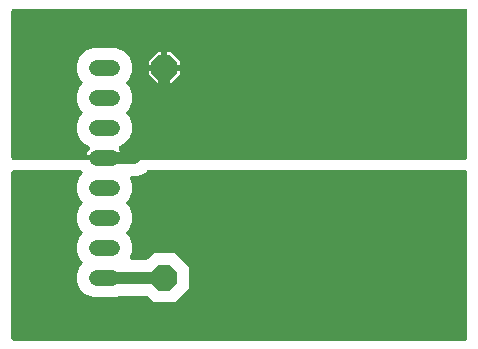
<source format=gbr>
G04 EAGLE Gerber X2 export*
G04 #@! %TF.Part,Single*
G04 #@! %TF.FileFunction,Copper,L2,Bot,Mixed*
G04 #@! %TF.FilePolarity,Positive*
G04 #@! %TF.GenerationSoftware,Autodesk,EAGLE,9.0.0*
G04 #@! %TF.CreationDate,2019-08-08T19:06:36Z*
G75*
%MOMM*%
%FSLAX34Y34*%
%LPD*%
%AMOC8*
5,1,8,0,0,1.08239X$1,22.5*%
G01*
%ADD10C,1.320800*%
%ADD11P,2.336880X8X22.500000*%
%ADD12C,1.016000*%

G36*
X88900Y163069D02*
X88900Y163069D01*
X394008Y163069D01*
X394026Y163071D01*
X394044Y163069D01*
X394226Y163090D01*
X394409Y163109D01*
X394426Y163114D01*
X394443Y163116D01*
X394618Y163173D01*
X394794Y163227D01*
X394809Y163235D01*
X394826Y163241D01*
X394986Y163331D01*
X395148Y163419D01*
X395161Y163430D01*
X395177Y163439D01*
X395316Y163559D01*
X395457Y163676D01*
X395468Y163690D01*
X395482Y163702D01*
X395594Y163847D01*
X395709Y163990D01*
X395717Y164006D01*
X395728Y164020D01*
X395810Y164185D01*
X395895Y164347D01*
X395900Y164364D01*
X395908Y164381D01*
X395955Y164559D01*
X396006Y164734D01*
X396008Y164752D01*
X396012Y164769D01*
X396039Y165100D01*
X396039Y289308D01*
X396037Y289326D01*
X396039Y289344D01*
X396018Y289526D01*
X395999Y289709D01*
X395994Y289726D01*
X395992Y289743D01*
X395935Y289918D01*
X395881Y290094D01*
X395873Y290109D01*
X395867Y290126D01*
X395777Y290286D01*
X395689Y290448D01*
X395678Y290461D01*
X395669Y290477D01*
X395549Y290616D01*
X395432Y290757D01*
X395418Y290768D01*
X395406Y290782D01*
X395261Y290894D01*
X395118Y291009D01*
X395102Y291017D01*
X395088Y291028D01*
X394923Y291110D01*
X394761Y291195D01*
X394744Y291200D01*
X394728Y291208D01*
X394549Y291255D01*
X394374Y291306D01*
X394356Y291308D01*
X394339Y291312D01*
X394008Y291339D01*
X12192Y291339D01*
X12174Y291337D01*
X12156Y291339D01*
X11974Y291318D01*
X11791Y291299D01*
X11774Y291294D01*
X11757Y291292D01*
X11582Y291235D01*
X11406Y291181D01*
X11391Y291173D01*
X11374Y291167D01*
X11214Y291077D01*
X11052Y290989D01*
X11039Y290978D01*
X11023Y290969D01*
X10884Y290849D01*
X10743Y290732D01*
X10732Y290718D01*
X10718Y290706D01*
X10606Y290561D01*
X10491Y290418D01*
X10483Y290402D01*
X10472Y290388D01*
X10390Y290223D01*
X10305Y290061D01*
X10300Y290044D01*
X10292Y290028D01*
X10245Y289849D01*
X10194Y289674D01*
X10192Y289656D01*
X10188Y289639D01*
X10161Y289308D01*
X10161Y165100D01*
X10163Y165082D01*
X10161Y165064D01*
X10182Y164882D01*
X10201Y164699D01*
X10206Y164682D01*
X10208Y164665D01*
X10265Y164490D01*
X10319Y164314D01*
X10327Y164299D01*
X10333Y164282D01*
X10423Y164122D01*
X10511Y163960D01*
X10522Y163947D01*
X10531Y163931D01*
X10651Y163792D01*
X10768Y163651D01*
X10782Y163640D01*
X10794Y163627D01*
X10939Y163514D01*
X11082Y163399D01*
X11098Y163391D01*
X11112Y163380D01*
X11277Y163298D01*
X11439Y163213D01*
X11456Y163208D01*
X11472Y163200D01*
X11651Y163153D01*
X11826Y163102D01*
X11844Y163100D01*
X11861Y163096D01*
X12192Y163069D01*
X88900Y163069D01*
X88900Y163069D01*
G37*
G36*
X394026Y10163D02*
X394026Y10163D01*
X394044Y10161D01*
X394226Y10182D01*
X394409Y10201D01*
X394426Y10206D01*
X394443Y10208D01*
X394618Y10265D01*
X394794Y10319D01*
X394809Y10327D01*
X394826Y10333D01*
X394986Y10423D01*
X395148Y10511D01*
X395161Y10522D01*
X395177Y10531D01*
X395316Y10651D01*
X395457Y10768D01*
X395468Y10782D01*
X395482Y10794D01*
X395594Y10939D01*
X395709Y11082D01*
X395717Y11098D01*
X395728Y11112D01*
X395810Y11277D01*
X395895Y11439D01*
X395900Y11456D01*
X395908Y11472D01*
X395955Y11651D01*
X396006Y11826D01*
X396008Y11844D01*
X396012Y11861D01*
X396039Y12192D01*
X396039Y152400D01*
X396037Y152418D01*
X396039Y152436D01*
X396018Y152618D01*
X395999Y152801D01*
X395994Y152818D01*
X395992Y152835D01*
X395935Y153010D01*
X395881Y153186D01*
X395873Y153201D01*
X395867Y153218D01*
X395777Y153378D01*
X395689Y153540D01*
X395678Y153553D01*
X395669Y153569D01*
X395549Y153708D01*
X395432Y153849D01*
X395418Y153860D01*
X395406Y153874D01*
X395261Y153986D01*
X395118Y154101D01*
X395102Y154109D01*
X395088Y154120D01*
X394923Y154202D01*
X394761Y154287D01*
X394744Y154292D01*
X394728Y154300D01*
X394549Y154347D01*
X394374Y154398D01*
X394356Y154400D01*
X394339Y154404D01*
X394008Y154431D01*
X126026Y154431D01*
X126000Y154429D01*
X125973Y154431D01*
X125799Y154409D01*
X125626Y154391D01*
X125600Y154384D01*
X125573Y154380D01*
X125408Y154324D01*
X125241Y154273D01*
X125217Y154260D01*
X125192Y154252D01*
X125041Y154165D01*
X124887Y154081D01*
X124866Y154064D01*
X124843Y154051D01*
X124590Y153836D01*
X122933Y152180D01*
X117332Y149859D01*
X112482Y149859D01*
X112468Y149858D01*
X112455Y149859D01*
X112269Y149838D01*
X112081Y149819D01*
X112068Y149815D01*
X112055Y149814D01*
X111877Y149757D01*
X111696Y149701D01*
X111684Y149695D01*
X111672Y149691D01*
X111508Y149599D01*
X111342Y149509D01*
X111332Y149501D01*
X111320Y149494D01*
X111177Y149372D01*
X111033Y149252D01*
X111025Y149241D01*
X111014Y149233D01*
X110898Y149084D01*
X110781Y148938D01*
X110775Y148926D01*
X110766Y148916D01*
X110681Y148746D01*
X110595Y148581D01*
X110592Y148568D01*
X110585Y148556D01*
X110536Y148373D01*
X110484Y148194D01*
X110483Y148180D01*
X110479Y148167D01*
X110466Y147979D01*
X110451Y147792D01*
X110452Y147779D01*
X110452Y147766D01*
X110476Y147578D01*
X110498Y147393D01*
X110502Y147380D01*
X110504Y147367D01*
X110605Y147051D01*
X112269Y143035D01*
X112269Y136365D01*
X109716Y130204D01*
X107949Y128436D01*
X107938Y128423D01*
X107924Y128411D01*
X107810Y128267D01*
X107694Y128125D01*
X107686Y128109D01*
X107675Y128095D01*
X107591Y127931D01*
X107506Y127769D01*
X107500Y127752D01*
X107492Y127736D01*
X107443Y127559D01*
X107391Y127383D01*
X107389Y127365D01*
X107384Y127348D01*
X107371Y127165D01*
X107354Y126982D01*
X107356Y126964D01*
X107355Y126947D01*
X107378Y126765D01*
X107398Y126582D01*
X107403Y126565D01*
X107405Y126547D01*
X107464Y126374D01*
X107519Y126198D01*
X107528Y126182D01*
X107534Y126166D01*
X107625Y126007D01*
X107714Y125846D01*
X107726Y125832D01*
X107735Y125817D01*
X107949Y125564D01*
X109716Y123796D01*
X112269Y117635D01*
X112269Y110965D01*
X109716Y104804D01*
X107949Y103036D01*
X107938Y103023D01*
X107924Y103011D01*
X107810Y102867D01*
X107694Y102725D01*
X107686Y102709D01*
X107675Y102695D01*
X107591Y102531D01*
X107506Y102369D01*
X107500Y102352D01*
X107492Y102336D01*
X107443Y102159D01*
X107391Y101983D01*
X107389Y101965D01*
X107384Y101948D01*
X107371Y101765D01*
X107354Y101582D01*
X107356Y101564D01*
X107355Y101547D01*
X107378Y101365D01*
X107398Y101182D01*
X107403Y101165D01*
X107405Y101147D01*
X107464Y100974D01*
X107519Y100798D01*
X107528Y100782D01*
X107534Y100766D01*
X107625Y100607D01*
X107714Y100446D01*
X107726Y100432D01*
X107735Y100417D01*
X107949Y100164D01*
X109716Y98396D01*
X112269Y92235D01*
X112269Y85565D01*
X110605Y81549D01*
X110601Y81536D01*
X110595Y81525D01*
X110543Y81345D01*
X110489Y81164D01*
X110487Y81151D01*
X110484Y81138D01*
X110468Y80950D01*
X110451Y80763D01*
X110452Y80750D01*
X110451Y80736D01*
X110473Y80550D01*
X110492Y80363D01*
X110496Y80350D01*
X110498Y80337D01*
X110556Y80157D01*
X110612Y79978D01*
X110618Y79967D01*
X110623Y79954D01*
X110715Y79790D01*
X110805Y79625D01*
X110814Y79615D01*
X110821Y79603D01*
X110943Y79461D01*
X111065Y79317D01*
X111075Y79309D01*
X111084Y79298D01*
X111232Y79183D01*
X111379Y79066D01*
X111391Y79060D01*
X111402Y79052D01*
X111570Y78968D01*
X111737Y78882D01*
X111750Y78878D01*
X111762Y78872D01*
X111945Y78823D01*
X112125Y78772D01*
X112138Y78771D01*
X112151Y78768D01*
X112482Y78741D01*
X124463Y78741D01*
X124490Y78743D01*
X124517Y78741D01*
X124691Y78763D01*
X124864Y78781D01*
X124890Y78788D01*
X124916Y78792D01*
X125082Y78847D01*
X125249Y78899D01*
X125273Y78912D01*
X125298Y78920D01*
X125450Y79007D01*
X125603Y79091D01*
X125624Y79108D01*
X125647Y79121D01*
X125900Y79336D01*
X131020Y84456D01*
X148380Y84456D01*
X160656Y72180D01*
X160656Y54820D01*
X148380Y42544D01*
X131020Y42544D01*
X125900Y47664D01*
X125879Y47681D01*
X125862Y47702D01*
X125724Y47809D01*
X125588Y47919D01*
X125565Y47932D01*
X125544Y47948D01*
X125387Y48026D01*
X125233Y48108D01*
X125207Y48116D01*
X125183Y48128D01*
X125014Y48173D01*
X124847Y48223D01*
X124820Y48225D01*
X124794Y48232D01*
X124463Y48259D01*
X102922Y48259D01*
X102891Y48256D01*
X102860Y48258D01*
X102690Y48236D01*
X102521Y48219D01*
X102492Y48210D01*
X102461Y48206D01*
X102145Y48105D01*
X98839Y46735D01*
X78961Y46735D01*
X72800Y49288D01*
X68084Y54004D01*
X65531Y60165D01*
X65531Y66835D01*
X68084Y72996D01*
X69851Y74764D01*
X69862Y74778D01*
X69876Y74789D01*
X69990Y74933D01*
X70106Y75075D01*
X70114Y75091D01*
X70125Y75105D01*
X70209Y75269D01*
X70294Y75431D01*
X70300Y75448D01*
X70308Y75464D01*
X70357Y75641D01*
X70409Y75817D01*
X70411Y75835D01*
X70416Y75852D01*
X70429Y76035D01*
X70446Y76218D01*
X70444Y76236D01*
X70445Y76253D01*
X70422Y76435D01*
X70402Y76618D01*
X70397Y76635D01*
X70395Y76653D01*
X70336Y76826D01*
X70281Y77002D01*
X70272Y77018D01*
X70266Y77034D01*
X70175Y77193D01*
X70086Y77354D01*
X70074Y77368D01*
X70065Y77383D01*
X69851Y77636D01*
X68084Y79404D01*
X65531Y85565D01*
X65531Y92235D01*
X68084Y98396D01*
X69851Y100164D01*
X69862Y100178D01*
X69876Y100189D01*
X69990Y100333D01*
X70106Y100475D01*
X70114Y100491D01*
X70125Y100505D01*
X70209Y100669D01*
X70294Y100831D01*
X70300Y100848D01*
X70308Y100864D01*
X70357Y101041D01*
X70409Y101217D01*
X70411Y101235D01*
X70416Y101252D01*
X70429Y101435D01*
X70446Y101618D01*
X70444Y101636D01*
X70445Y101653D01*
X70422Y101835D01*
X70402Y102018D01*
X70397Y102035D01*
X70395Y102053D01*
X70336Y102227D01*
X70281Y102402D01*
X70272Y102418D01*
X70266Y102434D01*
X70175Y102593D01*
X70086Y102754D01*
X70074Y102768D01*
X70065Y102783D01*
X69851Y103036D01*
X68084Y104804D01*
X65531Y110965D01*
X65531Y117635D01*
X68084Y123796D01*
X69851Y125564D01*
X69862Y125578D01*
X69876Y125589D01*
X69990Y125733D01*
X70106Y125875D01*
X70114Y125891D01*
X70125Y125905D01*
X70209Y126069D01*
X70294Y126231D01*
X70300Y126248D01*
X70308Y126264D01*
X70357Y126441D01*
X70409Y126617D01*
X70411Y126635D01*
X70416Y126652D01*
X70429Y126835D01*
X70446Y127018D01*
X70444Y127036D01*
X70445Y127053D01*
X70422Y127235D01*
X70402Y127418D01*
X70397Y127435D01*
X70395Y127453D01*
X70336Y127627D01*
X70281Y127802D01*
X70272Y127818D01*
X70266Y127834D01*
X70175Y127993D01*
X70086Y128154D01*
X70074Y128168D01*
X70065Y128183D01*
X69851Y128436D01*
X68084Y130204D01*
X65531Y136365D01*
X65531Y143035D01*
X68084Y149196D01*
X69851Y150964D01*
X69856Y150971D01*
X69863Y150976D01*
X69984Y151126D01*
X70106Y151275D01*
X70110Y151283D01*
X70116Y151290D01*
X70205Y151461D01*
X70294Y151631D01*
X70297Y151639D01*
X70301Y151647D01*
X70354Y151833D01*
X70409Y152017D01*
X70410Y152026D01*
X70413Y152034D01*
X70428Y152226D01*
X70446Y152418D01*
X70445Y152427D01*
X70445Y152436D01*
X70423Y152625D01*
X70402Y152818D01*
X70400Y152827D01*
X70399Y152835D01*
X70339Y153017D01*
X70281Y153202D01*
X70276Y153210D01*
X70274Y153218D01*
X70179Y153387D01*
X70086Y153554D01*
X70080Y153561D01*
X70076Y153569D01*
X69950Y153715D01*
X69825Y153861D01*
X69818Y153867D01*
X69813Y153874D01*
X69661Y153991D01*
X69510Y154111D01*
X69502Y154115D01*
X69495Y154120D01*
X69322Y154206D01*
X69151Y154293D01*
X69142Y154296D01*
X69134Y154300D01*
X68948Y154350D01*
X68763Y154401D01*
X68754Y154402D01*
X68745Y154404D01*
X68414Y154431D01*
X12192Y154431D01*
X12174Y154429D01*
X12156Y154431D01*
X11974Y154410D01*
X11791Y154391D01*
X11774Y154386D01*
X11757Y154384D01*
X11582Y154327D01*
X11406Y154273D01*
X11391Y154265D01*
X11374Y154259D01*
X11214Y154169D01*
X11052Y154081D01*
X11039Y154070D01*
X11023Y154061D01*
X10884Y153941D01*
X10743Y153824D01*
X10732Y153810D01*
X10718Y153798D01*
X10606Y153653D01*
X10491Y153510D01*
X10483Y153494D01*
X10472Y153480D01*
X10390Y153315D01*
X10305Y153153D01*
X10300Y153136D01*
X10292Y153120D01*
X10245Y152941D01*
X10194Y152766D01*
X10192Y152748D01*
X10188Y152731D01*
X10161Y152400D01*
X10161Y12192D01*
X10163Y12174D01*
X10161Y12156D01*
X10182Y11974D01*
X10201Y11791D01*
X10206Y11774D01*
X10208Y11757D01*
X10265Y11582D01*
X10319Y11406D01*
X10327Y11391D01*
X10333Y11374D01*
X10423Y11214D01*
X10511Y11052D01*
X10522Y11039D01*
X10531Y11023D01*
X10651Y10884D01*
X10768Y10743D01*
X10782Y10732D01*
X10794Y10718D01*
X10939Y10606D01*
X11082Y10491D01*
X11098Y10483D01*
X11112Y10472D01*
X11277Y10390D01*
X11439Y10305D01*
X11456Y10300D01*
X11472Y10292D01*
X11651Y10245D01*
X11826Y10194D01*
X11844Y10192D01*
X11861Y10188D01*
X12192Y10161D01*
X394008Y10161D01*
X394026Y10163D01*
G37*
%LPC*%
G36*
X88900Y167131D02*
X88900Y167131D01*
X73359Y167131D01*
X73376Y167241D01*
X73821Y168610D01*
X74475Y169893D01*
X75321Y171057D01*
X76131Y171868D01*
X76140Y171878D01*
X76150Y171887D01*
X76266Y172032D01*
X76386Y172179D01*
X76392Y172191D01*
X76401Y172201D01*
X76486Y172368D01*
X76575Y172535D01*
X76579Y172548D01*
X76585Y172560D01*
X76636Y172739D01*
X76690Y172921D01*
X76691Y172934D01*
X76694Y172947D01*
X76709Y173133D01*
X76726Y173322D01*
X76724Y173335D01*
X76725Y173348D01*
X76703Y173533D01*
X76683Y173722D01*
X76678Y173735D01*
X76677Y173748D01*
X76618Y173926D01*
X76561Y174106D01*
X76554Y174118D01*
X76550Y174130D01*
X76457Y174294D01*
X76366Y174458D01*
X76358Y174468D01*
X76351Y174480D01*
X76226Y174623D01*
X76106Y174765D01*
X76095Y174773D01*
X76086Y174784D01*
X75937Y174899D01*
X75790Y175015D01*
X75778Y175021D01*
X75767Y175029D01*
X75472Y175181D01*
X72800Y176288D01*
X68084Y181004D01*
X65531Y187165D01*
X65531Y193835D01*
X68084Y199996D01*
X69851Y201764D01*
X69862Y201778D01*
X69876Y201789D01*
X69990Y201933D01*
X70106Y202075D01*
X70114Y202091D01*
X70125Y202105D01*
X70209Y202269D01*
X70294Y202431D01*
X70300Y202448D01*
X70308Y202464D01*
X70357Y202641D01*
X70409Y202817D01*
X70411Y202835D01*
X70416Y202852D01*
X70429Y203035D01*
X70446Y203218D01*
X70444Y203236D01*
X70445Y203253D01*
X70422Y203435D01*
X70402Y203618D01*
X70397Y203635D01*
X70395Y203653D01*
X70336Y203827D01*
X70281Y204002D01*
X70272Y204018D01*
X70266Y204034D01*
X70175Y204193D01*
X70086Y204354D01*
X70074Y204368D01*
X70065Y204383D01*
X69851Y204636D01*
X68084Y206404D01*
X65531Y212565D01*
X65531Y219235D01*
X68084Y225396D01*
X69851Y227164D01*
X69862Y227178D01*
X69876Y227189D01*
X69990Y227333D01*
X70106Y227475D01*
X70114Y227491D01*
X70125Y227505D01*
X70209Y227669D01*
X70294Y227831D01*
X70300Y227848D01*
X70308Y227864D01*
X70357Y228041D01*
X70409Y228217D01*
X70411Y228235D01*
X70416Y228252D01*
X70429Y228435D01*
X70446Y228618D01*
X70444Y228636D01*
X70445Y228653D01*
X70422Y228835D01*
X70402Y229018D01*
X70397Y229035D01*
X70395Y229053D01*
X70336Y229227D01*
X70281Y229402D01*
X70272Y229418D01*
X70266Y229434D01*
X70175Y229593D01*
X70086Y229754D01*
X70074Y229768D01*
X70065Y229783D01*
X69851Y230036D01*
X68084Y231804D01*
X65531Y237965D01*
X65531Y244635D01*
X68084Y250796D01*
X72800Y255512D01*
X78961Y258065D01*
X98839Y258065D01*
X105000Y255512D01*
X109716Y250796D01*
X112269Y244635D01*
X112269Y237965D01*
X109716Y231804D01*
X107949Y230036D01*
X107938Y230023D01*
X107924Y230011D01*
X107810Y229867D01*
X107694Y229725D01*
X107686Y229709D01*
X107675Y229695D01*
X107591Y229531D01*
X107506Y229369D01*
X107500Y229352D01*
X107492Y229336D01*
X107443Y229159D01*
X107391Y228983D01*
X107389Y228965D01*
X107384Y228948D01*
X107371Y228765D01*
X107354Y228582D01*
X107356Y228564D01*
X107355Y228547D01*
X107378Y228365D01*
X107398Y228182D01*
X107403Y228165D01*
X107405Y228147D01*
X107464Y227974D01*
X107519Y227798D01*
X107528Y227782D01*
X107534Y227766D01*
X107625Y227607D01*
X107714Y227446D01*
X107726Y227432D01*
X107735Y227417D01*
X107949Y227164D01*
X109716Y225396D01*
X112269Y219235D01*
X112269Y212565D01*
X109716Y206404D01*
X107949Y204636D01*
X107938Y204623D01*
X107924Y204611D01*
X107810Y204467D01*
X107694Y204325D01*
X107686Y204309D01*
X107675Y204295D01*
X107591Y204131D01*
X107506Y203969D01*
X107500Y203952D01*
X107492Y203936D01*
X107443Y203759D01*
X107391Y203583D01*
X107389Y203565D01*
X107384Y203548D01*
X107371Y203365D01*
X107354Y203182D01*
X107356Y203164D01*
X107355Y203147D01*
X107378Y202965D01*
X107398Y202782D01*
X107403Y202765D01*
X107405Y202747D01*
X107464Y202574D01*
X107519Y202398D01*
X107528Y202382D01*
X107534Y202366D01*
X107625Y202207D01*
X107714Y202046D01*
X107726Y202032D01*
X107735Y202017D01*
X107949Y201764D01*
X109716Y199996D01*
X112269Y193835D01*
X112269Y187165D01*
X109716Y181004D01*
X105000Y176288D01*
X102328Y175181D01*
X102316Y175174D01*
X102303Y175170D01*
X102139Y175079D01*
X101973Y174990D01*
X101963Y174982D01*
X101951Y174975D01*
X101808Y174854D01*
X101663Y174734D01*
X101654Y174724D01*
X101644Y174715D01*
X101527Y174567D01*
X101409Y174421D01*
X101403Y174410D01*
X101394Y174399D01*
X101309Y174231D01*
X101222Y174065D01*
X101218Y174052D01*
X101212Y174040D01*
X101162Y173859D01*
X101109Y173678D01*
X101108Y173665D01*
X101104Y173652D01*
X101090Y173464D01*
X101074Y173277D01*
X101076Y173264D01*
X101075Y173251D01*
X101098Y173063D01*
X101119Y172877D01*
X101123Y172864D01*
X101125Y172851D01*
X101185Y172673D01*
X101243Y172494D01*
X101249Y172482D01*
X101253Y172469D01*
X101348Y172306D01*
X101439Y172142D01*
X101448Y172132D01*
X101454Y172121D01*
X101669Y171868D01*
X102479Y171057D01*
X103325Y169893D01*
X103979Y168610D01*
X104424Y167241D01*
X104441Y167131D01*
X88900Y167131D01*
X88900Y167131D01*
G37*
%LPD*%
%LPC*%
G36*
X142239Y243839D02*
X142239Y243839D01*
X142239Y254636D01*
X145224Y254636D01*
X153036Y246824D01*
X153036Y243839D01*
X142239Y243839D01*
G37*
%LPD*%
%LPC*%
G36*
X126364Y243839D02*
X126364Y243839D01*
X126364Y246824D01*
X134176Y254636D01*
X137161Y254636D01*
X137161Y243839D01*
X126364Y243839D01*
G37*
%LPD*%
%LPC*%
G36*
X142239Y227964D02*
X142239Y227964D01*
X142239Y238761D01*
X153036Y238761D01*
X153036Y235776D01*
X145224Y227964D01*
X142239Y227964D01*
G37*
%LPD*%
%LPC*%
G36*
X134176Y227964D02*
X134176Y227964D01*
X126364Y235776D01*
X126364Y238761D01*
X137161Y238761D01*
X137161Y227964D01*
X134176Y227964D01*
G37*
%LPD*%
D10*
X95504Y241300D02*
X82296Y241300D01*
X82296Y215900D02*
X95504Y215900D01*
X95504Y190500D02*
X82296Y190500D01*
X82296Y165100D02*
X95504Y165100D01*
X95504Y139700D02*
X82296Y139700D01*
X82296Y114300D02*
X95504Y114300D01*
X95504Y88900D02*
X82296Y88900D01*
X82296Y63500D02*
X95504Y63500D01*
D11*
X139700Y241300D03*
X139700Y63500D03*
D12*
X114300Y165100D02*
X88900Y165100D01*
X114300Y165100D02*
X139700Y190500D01*
X139700Y241300D01*
X139700Y63500D02*
X88900Y63500D01*
M02*

</source>
